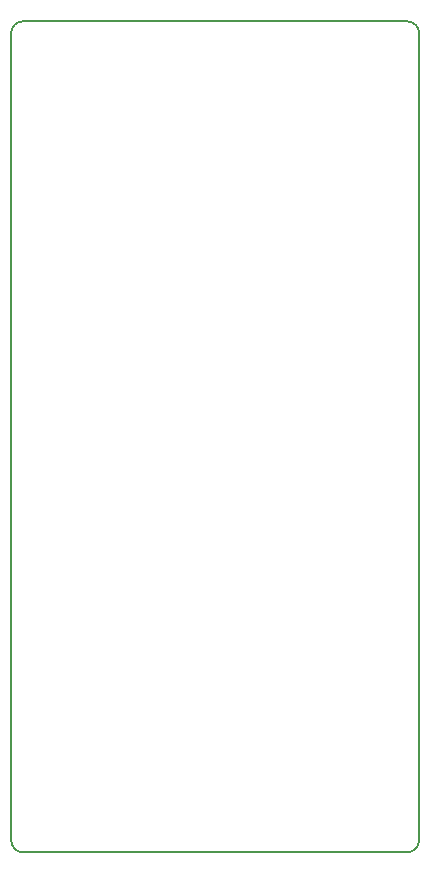
<source format=gbr>
G04 #@! TF.FileFunction,Profile,NP*
%FSLAX46Y46*%
G04 Gerber Fmt 4.6, Leading zero omitted, Abs format (unit mm)*
G04 Created by KiCad (PCBNEW 4.0.7-e2-6376~58~ubuntu16.04.1) date Tue Jul 10 13:57:42 2018*
%MOMM*%
%LPD*%
G01*
G04 APERTURE LIST*
%ADD10C,0.100000*%
%ADD11C,0.150000*%
G04 APERTURE END LIST*
D10*
D11*
X-4826000Y-4572000D02*
G75*
G03X-3810000Y-5588000I1016000J0D01*
G01*
X-3810000Y64770000D02*
G75*
G03X-4826000Y63754000I0J-1016000D01*
G01*
X29718000Y63754000D02*
G75*
G03X28702000Y64770000I-1016000J0D01*
G01*
X28702000Y-5588000D02*
G75*
G03X29718000Y-4572000I0J1016000D01*
G01*
X29718000Y-4572000D02*
X29718000Y63754000D01*
X-3810000Y-5588000D02*
X28702000Y-5588000D01*
X-4826000Y63754000D02*
X-4826000Y-4572000D01*
X28702000Y64770000D02*
X-3810000Y64770000D01*
M02*

</source>
